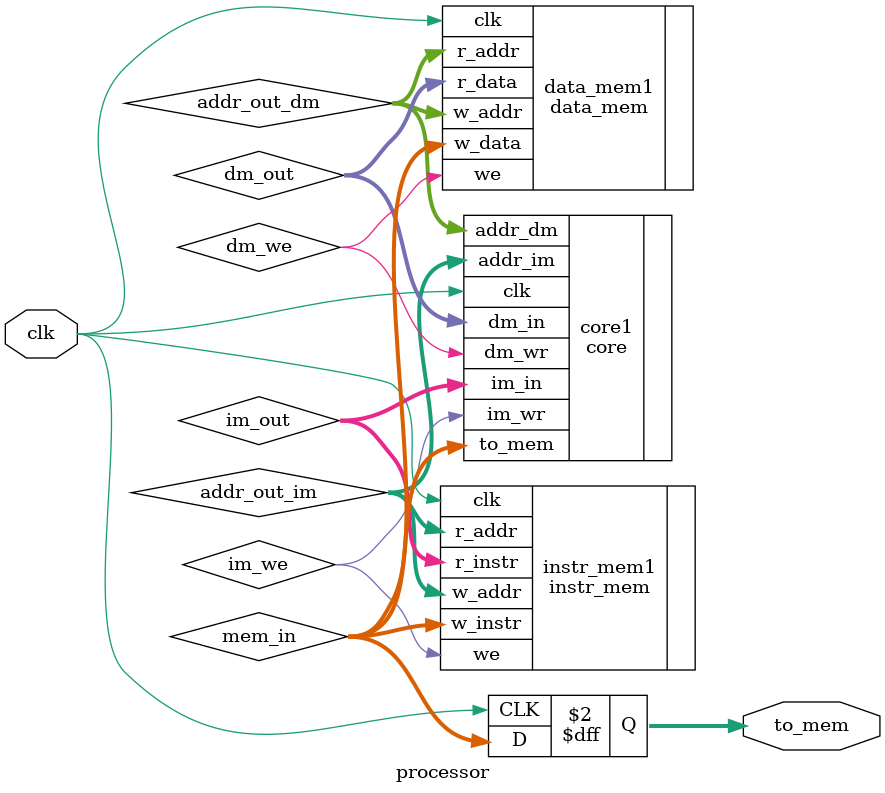
<source format=v>
module processor
(
input clk,
output reg [15:0] to_mem
);

wire [7:0] dm_out;
wire [7:0] im_out;
wire [7:0] addr_out_im, addr_out_dm;
wire [15:0] mem_in;
wire dm_we;
wire im_we;

core core1(
.dm_in(dm_out),
.im_in(im_out),
.clk(clk),
.addr_im(addr_out_im),
.addr_dm(addr_out_dm),
.dm_wr(dm_we),
.im_wr(im_we),
.to_mem(mem_in)
);

data_mem data_mem1(
.clk(clk),
.we(dm_we),
.w_data(mem_in),
.r_data(dm_out),
.w_addr(addr_out_dm),
.r_addr(addr_out_dm)
);

instr_mem instr_mem1(
.clk(clk),
.we(im_we),
.w_instr(mem_in),
.r_instr(im_out),
.w_addr(addr_out_im),
.r_addr(addr_out_im)
);

always @ (posedge clk)
begin
to_mem <= mem_in;
end

endmodule 
</source>
